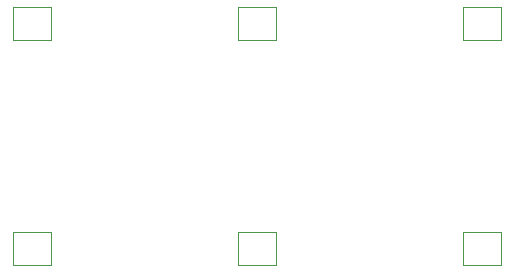
<source format=gbr>
%TF.GenerationSoftware,KiCad,Pcbnew,7.0.7*%
%TF.CreationDate,2023-09-20T23:35:26+09:00*%
%TF.ProjectId,Proto6,50726f74-6f36-42e6-9b69-6361645f7063,rev?*%
%TF.SameCoordinates,Original*%
%TF.FileFunction,Other,Comment*%
%FSLAX46Y46*%
G04 Gerber Fmt 4.6, Leading zero omitted, Abs format (unit mm)*
G04 Created by KiCad (PCBNEW 7.0.7) date 2023-09-20 23:35:26*
%MOMM*%
%LPD*%
G01*
G04 APERTURE LIST*
%ADD10C,0.120000*%
G04 APERTURE END LIST*
D10*
%TO.C,LED5*%
X74600000Y-98930000D02*
X74600000Y-101730000D01*
X74600000Y-101730000D02*
X77800000Y-101730000D01*
X77800000Y-98930000D02*
X74600000Y-98930000D01*
X77800000Y-101730000D02*
X77800000Y-98930000D01*
%TO.C,LED2*%
X77800000Y-82680000D02*
X77800000Y-79880000D01*
X77800000Y-79880000D02*
X74600000Y-79880000D01*
X74600000Y-82680000D02*
X77800000Y-82680000D01*
X74600000Y-79880000D02*
X74600000Y-82680000D01*
%TO.C,LED6*%
X55550000Y-98930000D02*
X55550000Y-101730000D01*
X55550000Y-101730000D02*
X58750000Y-101730000D01*
X58750000Y-98930000D02*
X55550000Y-98930000D01*
X58750000Y-101730000D02*
X58750000Y-98930000D01*
%TO.C,LED3*%
X96850000Y-82680000D02*
X96850000Y-79880000D01*
X96850000Y-79880000D02*
X93650000Y-79880000D01*
X93650000Y-82680000D02*
X96850000Y-82680000D01*
X93650000Y-79880000D02*
X93650000Y-82680000D01*
%TO.C,LED4*%
X93650000Y-98930000D02*
X93650000Y-101730000D01*
X93650000Y-101730000D02*
X96850000Y-101730000D01*
X96850000Y-98930000D02*
X93650000Y-98930000D01*
X96850000Y-101730000D02*
X96850000Y-98930000D01*
%TO.C,LED1*%
X58750000Y-82680000D02*
X58750000Y-79880000D01*
X58750000Y-79880000D02*
X55550000Y-79880000D01*
X55550000Y-82680000D02*
X58750000Y-82680000D01*
X55550000Y-79880000D02*
X55550000Y-82680000D01*
%TD*%
M02*

</source>
